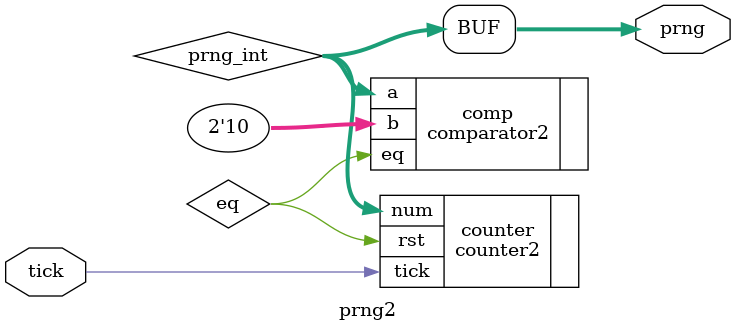
<source format=v>

module prng2(
    input tick,
    output [1:0] prng
    );
    
wire eq;
wire [1:0] prng_int;

counter2 counter(
    .tick(tick),
    .rst(eq),
    .num(prng_int)
);

comparator2 comp(
    .a(prng_int),
    .b(2'd2),
    .eq(eq)    
);

assign prng = prng_int;
   
endmodule

</source>
